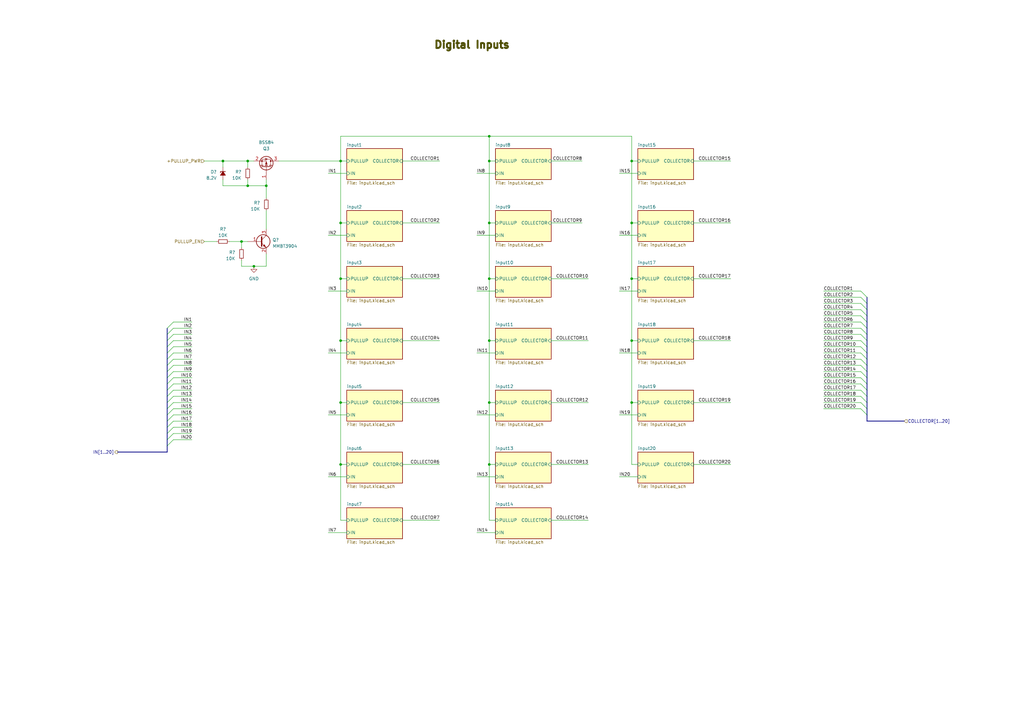
<source format=kicad_sch>
(kicad_sch (version 20230121) (generator eeschema)
  (paper "A3")
  (title_block (title "Digital Inputs") (date "2023-06-28") (rev "R1"))
  (lib_symbols
    (symbol "Device:D_Zener_Small_Filled" (pin_numbers hide) (pin_names (offset 0.254) hide)
      (property "Reference" "D" (at 0 2.286 0))
      (property "Value" "D_Zener_Small_Filled" (at 0 -2.286 0))
      (symbol "D_Zener_Small_Filled_0_1"
        (polyline (pts (xy 0.762 0) (xy -0.762 0)))
        (polyline (pts (xy -0.254 1.016) (xy -0.762 1.016) (xy -0.762 -1.016)) (stroke (width 0.254)))
        (polyline (pts (xy 0.762 1.016) (xy -0.762 0) (xy 0.762 -1.016) (xy 0.762 1.016)) (stroke (width 0.254)) (fill (type outline)))
      )
      (symbol "D_Zener_Small_Filled_1_1"
        (pin passive line (at -2.54 0 0) (length 1.778) (name "K") (number "1"))
        (pin passive line (at 2.54 0 180) (length 1.778) (name "A") (number "2"))
      )
    )
    (symbol "Device:R_Small" (pin_numbers hide) (pin_names (offset 0.254) hide)
      (property "Reference" "R" (at 0.762 0.508 0))
      (property "Value" "R_Small" (at 0.762 -1.016 0))
      (symbol "R_Small_0_1"
        (rectangle (start -0.762 1.778) (end 0.762 -1.778) (stroke (width 0.2032)))
      )
      (symbol "R_Small_1_1"
        (pin passive line (at 0 2.54 270) (length 0.762) (name "~") (number "1"))
        (pin passive line (at 0 -2.54 90) (length 0.762) (name "~") (number "2"))
      )
    )
    (symbol "Transistor_BJT:MMBT3904" (pin_names (offset 0) hide)
      (property "Reference" "Q" (at 5.08 1.905 0))
      (property "Value" "MMBT3904" (at 5.08 0 0))
      (symbol "MMBT3904_0_1"
        (polyline (pts (xy 0.635 0.635) (xy 2.54 2.54)))
        (polyline (pts (xy 0.635 -0.635) (xy 2.54 -2.54) (xy 2.54 -2.54)))
        (polyline (pts (xy 0.635 1.905) (xy 0.635 -1.905) (xy 0.635 -1.905)) (stroke (width 0.508)))
        (polyline (pts (xy 1.27 -1.778) (xy 1.778 -1.27) (xy 2.286 -2.286) (xy 1.27 -1.778) (xy 1.27 -1.778)) (fill (type outline)))
        (circle (center 1.27 0) (radius 2.8194) (stroke (width 0.254)))
      )
      (symbol "MMBT3904_1_1"
        (pin input line (at -5.08 0 0) (length 5.715) (name "B") (number "1"))
        (pin passive line (at 2.54 -5.08 90) (length 2.54) (name "E") (number "2"))
        (pin passive line (at 2.54 5.08 270) (length 2.54) (name "C") (number "3"))
      )
    )
    (symbol "Transistor_FET:BSS84" (pin_names hide)
      (property "Reference" "Q" (at 5.08 1.905 0))
      (property "Value" "BSS84" (at 5.08 0 0))
      (symbol "BSS84_0_1"
        (polyline (pts (xy 0.254 0) (xy -2.54 0)))
        (polyline (pts (xy 0.254 1.905) (xy 0.254 -1.905)) (stroke (width 0.254)))
        (polyline (pts (xy 0.762 -1.27) (xy 0.762 -2.286)) (stroke (width 0.254)))
        (polyline (pts (xy 0.762 0.508) (xy 0.762 -0.508)) (stroke (width 0.254)))
        (polyline (pts (xy 0.762 2.286) (xy 0.762 1.27)) (stroke (width 0.254)))
        (polyline (pts (xy 2.54 2.54) (xy 2.54 1.778)))
        (polyline (pts (xy 2.54 -2.54) (xy 2.54 0) (xy 0.762 0)))
        (polyline (pts (xy 0.762 1.778) (xy 3.302 1.778) (xy 3.302 -1.778) (xy 0.762 -1.778)))
        (polyline (pts (xy 2.286 0) (xy 1.27 0.381) (xy 1.27 -0.381) (xy 2.286 0)) (fill (type outline)))
        (polyline (pts (xy 2.794 -0.508) (xy 2.921 -0.381) (xy 3.683 -0.381) (xy 3.81 -0.254)))
        (polyline (pts (xy 3.302 -0.381) (xy 2.921 0.254) (xy 3.683 0.254) (xy 3.302 -0.381)))
        (circle (center 1.651 0) (radius 2.794) (stroke (width 0.254)))
        (circle (center 2.54 -1.778) (radius 0.254) (fill (type outline)))
        (circle (center 2.54 1.778) (radius 0.254) (fill (type outline)))
      )
      (symbol "BSS84_1_1"
        (pin input line (at -5.08 0 0) (length 2.54) (name "G") (number "1"))
        (pin passive line (at 2.54 -5.08 90) (length 2.54) (name "S") (number "2"))
        (pin passive line (at 2.54 5.08 270) (length 2.54) (name "D") (number "3"))
      )
    )
    (symbol "power:GND" (power) (pin_names (offset 0))
      (property "Value" "GND" (at 0 -3.81 0))
      (symbol "GND_0_1"
        (polyline (pts (xy 0 0) (xy 0 -1.27) (xy 1.27 -1.27) (xy 0 -2.54) (xy -1.27 -1.27) (xy 0 -1.27)))
      )
      (symbol "GND_1_1"
        (pin power_in line (at 0 0 270) (length 0) hide (name "GND") (number "1"))
      )
    )
  )
  (junction (at 200.66 139.7))
  (junction (at 200.66 66.04))
  (junction (at 101.6 76.2))
  (junction (at 259.08 165.1))
  (junction (at 139.7 139.7))
  (junction (at 200.66 190.5))
  (junction (at 109.22 76.2))
  (junction (at 139.7 165.1))
  (junction (at 259.08 114.3))
  (junction (at 200.66 91.44))
  (junction (at 99.06 99.06))
  (junction (at 91.44 66.04))
  (junction (at 139.7 91.44))
  (junction (at 139.7 114.3))
  (junction (at 101.6 66.04))
  (junction (at 259.08 139.7))
  (junction (at 200.66 165.1))
  (junction (at 104.14 109.22))
  (junction (at 259.08 66.04))
  (junction (at 259.08 91.44))
  (junction (at 139.7 190.5))
  (junction (at 200.66 55.88))
  (junction (at 200.66 114.3))
  (junction (at 139.7 66.04))
  (bus_entry (at 355.6 167.64) (size -2.54 -2.54))
  (bus_entry (at 355.6 127) (size -2.54 -2.54))
  (bus_entry (at 68.58 147.32) (size 2.54 -2.54))
  (bus_entry (at 68.58 160.02) (size 2.54 -2.54))
  (bus_entry (at 355.6 124.46) (size -2.54 -2.54))
  (bus_entry (at 355.6 129.54) (size -2.54 -2.54))
  (bus_entry (at 353.06 142.24) (size 2.54 2.54))
  (bus_entry (at 355.6 139.7) (size -2.54 -2.54))
  (bus_entry (at 353.06 167.64) (size 2.54 2.54))
  (bus_entry (at 68.58 149.86) (size 2.54 -2.54))
  (bus_entry (at 355.6 121.92) (size -2.54 -2.54))
  (bus_entry (at 355.6 165.1) (size -2.54 -2.54))
  (bus_entry (at 355.6 160.02) (size -2.54 -2.54))
  (bus_entry (at 68.58 139.7) (size 2.54 -2.54))
  (bus_entry (at 68.58 144.78) (size 2.54 -2.54))
  (bus_entry (at 68.58 134.62) (size 2.54 -2.54))
  (bus_entry (at 355.6 147.32) (size -2.54 -2.54))
  (bus_entry (at 68.58 177.8) (size 2.54 -2.54))
  (bus_entry (at 68.58 162.56) (size 2.54 -2.54))
  (bus_entry (at 355.6 137.16) (size -2.54 -2.54))
  (bus_entry (at 71.12 180.34) (size -2.54 2.54))
  (bus_entry (at 68.58 165.1) (size 2.54 -2.54))
  (bus_entry (at 68.58 172.72) (size 2.54 -2.54))
  (bus_entry (at 68.58 170.18) (size 2.54 -2.54))
  (bus_entry (at 355.6 162.56) (size -2.54 -2.54))
  (bus_entry (at 68.58 152.4) (size 2.54 -2.54))
  (bus_entry (at 355.6 134.62) (size -2.54 -2.54))
  (bus_entry (at 68.58 167.64) (size 2.54 -2.54))
  (bus_entry (at 71.12 154.94) (size -2.54 2.54))
  (bus_entry (at 355.6 154.94) (size -2.54 -2.54))
  (bus_entry (at 68.58 175.26) (size 2.54 -2.54))
  (bus_entry (at 355.6 132.08) (size -2.54 -2.54))
  (bus_entry (at 68.58 180.34) (size 2.54 -2.54))
  (bus_entry (at 68.58 142.24) (size 2.54 -2.54))
  (bus_entry (at 355.6 152.4) (size -2.54 -2.54))
  (bus_entry (at 68.58 154.94) (size 2.54 -2.54))
  (bus_entry (at 355.6 157.48) (size -2.54 -2.54))
  (bus_entry (at 355.6 142.24) (size -2.54 -2.54))
  (bus_entry (at 355.6 149.86) (size -2.54 -2.54))
  (bus_entry (at 68.58 137.16) (size 2.54 -2.54))
  (bus (pts (xy 355.6 127) (xy 355.6 129.54)))
  (wire (pts (xy 195.58 96.52) (xy 203.2 96.52)))
  (wire (pts (xy 353.06 160.02) (xy 337.82 160.02)))
  (wire (pts (xy 139.7 55.88) (xy 139.7 66.04)))
  (wire (pts (xy 284.48 139.7) (xy 299.72 139.7)))
  (wire (pts (xy 142.24 114.3) (xy 139.7 114.3)))
  (wire (pts (xy 109.22 109.22) (xy 104.14 109.22)))
  (wire (pts (xy 259.08 114.3) (xy 261.62 114.3)))
  (wire (pts (xy 71.12 160.02) (xy 78.74 160.02)))
  (wire (pts (xy 104.14 109.22) (xy 99.06 109.22)))
  (wire (pts (xy 195.58 71.12) (xy 203.2 71.12)))
  (wire (pts (xy 71.12 154.94) (xy 78.74 154.94)))
  (wire (pts (xy 109.22 76.2) (xy 109.22 81.28)))
  (wire (pts (xy 139.7 139.7) (xy 139.7 165.1)))
  (wire (pts (xy 109.22 86.36) (xy 109.22 93.98)))
  (wire (pts (xy 134.62 195.58) (xy 142.24 195.58)))
  (wire (pts (xy 139.7 213.36) (xy 139.7 190.5)))
  (bus (pts (xy 48.26 185.42) (xy 68.58 185.42)))
  (wire (pts (xy 165.1 190.5) (xy 180.34 190.5)))
  (wire (pts (xy 259.08 66.04) (xy 261.62 66.04)))
  (wire (pts (xy 226.06 190.5) (xy 241.3 190.5)))
  (wire (pts (xy 200.66 114.3) (xy 200.66 91.44)))
  (wire (pts (xy 353.06 121.92) (xy 337.82 121.92)))
  (bus (pts (xy 68.58 162.56) (xy 68.58 165.1)))
  (wire (pts (xy 226.06 114.3) (xy 241.3 114.3)))
  (wire (pts (xy 259.08 165.1) (xy 261.62 165.1)))
  (wire (pts (xy 353.06 154.94) (xy 337.82 154.94)))
  (wire (pts (xy 134.62 144.78) (xy 142.24 144.78)))
  (wire (pts (xy 71.12 144.78) (xy 78.74 144.78)))
  (bus (pts (xy 355.6 142.24) (xy 355.6 144.78)))
  (wire (pts (xy 259.08 114.3) (xy 259.08 91.44)))
  (wire (pts (xy 109.22 73.66) (xy 109.22 76.2)))
  (wire (pts (xy 101.6 73.66) (xy 101.6 76.2)))
  (bus (pts (xy 355.6 124.46) (xy 355.6 127)))
  (bus (pts (xy 68.58 177.8) (xy 68.58 180.34)))
  (wire (pts (xy 226.06 66.04) (xy 238.76 66.04)))
  (bus (pts (xy 355.6 137.16) (xy 355.6 139.7)))
  (wire (pts (xy 71.12 167.64) (xy 78.74 167.64)))
  (wire (pts (xy 337.82 119.38) (xy 353.06 119.38)))
  (wire (pts (xy 259.08 139.7) (xy 259.08 114.3)))
  (bus (pts (xy 355.6 147.32) (xy 355.6 149.86)))
  (wire (pts (xy 200.66 139.7) (xy 200.66 114.3)))
  (wire (pts (xy 91.44 76.2) (xy 101.6 76.2)))
  (wire (pts (xy 284.48 91.44) (xy 299.72 91.44)))
  (wire (pts (xy 134.62 218.44) (xy 142.24 218.44)))
  (wire (pts (xy 254 144.78) (xy 261.62 144.78)))
  (wire (pts (xy 142.24 139.7) (xy 139.7 139.7)))
  (wire (pts (xy 195.58 218.44) (xy 203.2 218.44)))
  (bus (pts (xy 355.6 132.08) (xy 355.6 134.62)))
  (wire (pts (xy 203.2 190.5) (xy 200.66 190.5)))
  (wire (pts (xy 101.6 66.04) (xy 104.14 66.04)))
  (wire (pts (xy 165.1 165.1) (xy 180.34 165.1)))
  (wire (pts (xy 353.06 134.62) (xy 337.82 134.62)))
  (wire (pts (xy 226.06 165.1) (xy 241.3 165.1)))
  (wire (pts (xy 83.82 99.06) (xy 88.9 99.06)))
  (wire (pts (xy 259.08 165.1) (xy 259.08 139.7)))
  (bus (pts (xy 355.6 152.4) (xy 355.6 154.94)))
  (wire (pts (xy 254 96.52) (xy 261.62 96.52)))
  (bus (pts (xy 355.6 149.86) (xy 355.6 152.4)))
  (wire (pts (xy 200.66 55.88) (xy 200.66 66.04)))
  (wire (pts (xy 226.06 213.36) (xy 241.3 213.36)))
  (wire (pts (xy 93.98 99.06) (xy 99.06 99.06)))
  (wire (pts (xy 134.62 71.12) (xy 142.24 71.12)))
  (bus (pts (xy 68.58 149.86) (xy 68.58 152.4)))
  (wire (pts (xy 142.24 213.36) (xy 139.7 213.36)))
  (wire (pts (xy 71.12 139.7) (xy 78.74 139.7)))
  (bus (pts (xy 68.58 137.16) (xy 68.58 139.7)))
  (wire (pts (xy 203.2 213.36) (xy 200.66 213.36)))
  (bus (pts (xy 68.58 142.24) (xy 68.58 144.78)))
  (wire (pts (xy 99.06 106.68) (xy 99.06 109.22)))
  (wire (pts (xy 259.08 55.88) (xy 200.66 55.88)))
  (bus (pts (xy 68.58 175.26) (xy 68.58 177.8)))
  (wire (pts (xy 353.06 132.08) (xy 337.82 132.08)))
  (bus (pts (xy 355.6 144.78) (xy 355.6 147.32)))
  (wire (pts (xy 200.66 190.5) (xy 200.66 165.1)))
  (wire (pts (xy 139.7 91.44) (xy 139.7 66.04)))
  (wire (pts (xy 139.7 66.04) (xy 142.24 66.04)))
  (wire (pts (xy 165.1 66.04) (xy 180.34 66.04)))
  (bus (pts (xy 355.6 162.56) (xy 355.6 165.1)))
  (wire (pts (xy 353.06 165.1) (xy 337.82 165.1)))
  (wire (pts (xy 254 119.38) (xy 261.62 119.38)))
  (bus (pts (xy 68.58 157.48) (xy 68.58 160.02)))
  (wire (pts (xy 195.58 119.38) (xy 203.2 119.38)))
  (wire (pts (xy 71.12 152.4) (xy 78.74 152.4)))
  (wire (pts (xy 71.12 157.48) (xy 78.74 157.48)))
  (wire (pts (xy 71.12 172.72) (xy 78.74 172.72)))
  (wire (pts (xy 353.06 167.64) (xy 337.82 167.64)))
  (wire (pts (xy 139.7 114.3) (xy 139.7 91.44)))
  (wire (pts (xy 254 195.58) (xy 261.62 195.58)))
  (wire (pts (xy 284.48 114.3) (xy 299.72 114.3)))
  (wire (pts (xy 78.74 132.08) (xy 71.12 132.08)))
  (wire (pts (xy 203.2 66.04) (xy 200.66 66.04)))
  (wire (pts (xy 195.58 144.78) (xy 203.2 144.78)))
  (bus (pts (xy 68.58 180.34) (xy 68.58 182.88)))
  (bus (pts (xy 355.6 129.54) (xy 355.6 132.08)))
  (wire (pts (xy 200.66 213.36) (xy 200.66 190.5)))
  (wire (pts (xy 142.24 190.5) (xy 139.7 190.5)))
  (wire (pts (xy 99.06 101.6) (xy 99.06 99.06)))
  (bus (pts (xy 68.58 182.88) (xy 68.58 185.42)))
  (wire (pts (xy 165.1 114.3) (xy 180.34 114.3)))
  (wire (pts (xy 142.24 91.44) (xy 139.7 91.44)))
  (wire (pts (xy 91.44 66.04) (xy 101.6 66.04)))
  (bus (pts (xy 68.58 172.72) (xy 68.58 175.26)))
  (wire (pts (xy 259.08 91.44) (xy 261.62 91.44)))
  (wire (pts (xy 165.1 91.44) (xy 180.34 91.44)))
  (wire (pts (xy 259.08 139.7) (xy 261.62 139.7)))
  (wire (pts (xy 200.66 165.1) (xy 200.66 139.7)))
  (wire (pts (xy 353.06 147.32) (xy 337.82 147.32)))
  (wire (pts (xy 71.12 162.56) (xy 78.74 162.56)))
  (wire (pts (xy 284.48 66.04) (xy 299.72 66.04)))
  (wire (pts (xy 71.12 170.18) (xy 78.74 170.18)))
  (bus (pts (xy 355.6 139.7) (xy 355.6 142.24)))
  (bus (pts (xy 68.58 139.7) (xy 68.58 142.24)))
  (wire (pts (xy 353.06 139.7) (xy 337.82 139.7)))
  (wire (pts (xy 101.6 76.2) (xy 109.22 76.2)))
  (wire (pts (xy 71.12 142.24) (xy 78.74 142.24)))
  (wire (pts (xy 139.7 165.1) (xy 139.7 190.5)))
  (wire (pts (xy 71.12 149.86) (xy 78.74 149.86)))
  (wire (pts (xy 259.08 66.04) (xy 259.08 55.88)))
  (wire (pts (xy 139.7 139.7) (xy 139.7 114.3)))
  (wire (pts (xy 261.62 190.5) (xy 259.08 190.5)))
  (wire (pts (xy 203.2 114.3) (xy 200.66 114.3)))
  (wire (pts (xy 203.2 139.7) (xy 200.66 139.7)))
  (bus (pts (xy 68.58 152.4) (xy 68.58 154.94)))
  (wire (pts (xy 226.06 91.44) (xy 238.76 91.44)))
  (bus (pts (xy 355.6 172.72) (xy 370.84 172.72)))
  (wire (pts (xy 195.58 170.18) (xy 203.2 170.18)))
  (wire (pts (xy 353.06 137.16) (xy 337.82 137.16)))
  (wire (pts (xy 284.48 165.1) (xy 299.72 165.1)))
  (bus (pts (xy 355.6 121.92) (xy 355.6 124.46)))
  (wire (pts (xy 71.12 134.62) (xy 78.74 134.62)))
  (wire (pts (xy 195.58 195.58) (xy 203.2 195.58)))
  (wire (pts (xy 109.22 104.14) (xy 109.22 109.22)))
  (bus (pts (xy 68.58 165.1) (xy 68.58 167.64)))
  (wire (pts (xy 226.06 139.7) (xy 241.3 139.7)))
  (wire (pts (xy 134.62 119.38) (xy 142.24 119.38)))
  (wire (pts (xy 203.2 165.1) (xy 200.66 165.1)))
  (wire (pts (xy 91.44 73.66) (xy 91.44 76.2)))
  (wire (pts (xy 353.06 124.46) (xy 337.82 124.46)))
  (wire (pts (xy 134.62 96.52) (xy 142.24 96.52)))
  (bus (pts (xy 355.6 154.94) (xy 355.6 157.48)))
  (wire (pts (xy 165.1 139.7) (xy 180.34 139.7)))
  (wire (pts (xy 200.66 66.04) (xy 200.66 91.44)))
  (wire (pts (xy 259.08 91.44) (xy 259.08 66.04)))
  (bus (pts (xy 355.6 160.02) (xy 355.6 162.56)))
  (wire (pts (xy 71.12 147.32) (xy 78.74 147.32)))
  (bus (pts (xy 68.58 154.94) (xy 68.58 157.48)))
  (wire (pts (xy 353.06 144.78) (xy 337.82 144.78)))
  (wire (pts (xy 101.6 68.58) (xy 101.6 66.04)))
  (wire (pts (xy 134.62 170.18) (xy 142.24 170.18)))
  (wire (pts (xy 353.06 127) (xy 337.82 127)))
  (wire (pts (xy 353.06 129.54) (xy 337.82 129.54)))
  (wire (pts (xy 71.12 137.16) (xy 78.74 137.16)))
  (wire (pts (xy 142.24 165.1) (xy 139.7 165.1)))
  (bus (pts (xy 355.6 157.48) (xy 355.6 160.02)))
  (bus (pts (xy 68.58 134.62) (xy 68.58 137.16)))
  (bus (pts (xy 355.6 165.1) (xy 355.6 167.64)))
  (bus (pts (xy 68.58 147.32) (xy 68.58 149.86)))
  (bus (pts (xy 355.6 170.18) (xy 355.6 172.72)))
  (wire (pts (xy 200.66 91.44) (xy 203.2 91.44)))
  (wire (pts (xy 71.12 177.8) (xy 78.74 177.8)))
  (wire (pts (xy 353.06 152.4) (xy 337.82 152.4)))
  (bus (pts (xy 355.6 134.62) (xy 355.6 137.16)))
  (wire (pts (xy 353.06 162.56) (xy 337.82 162.56)))
  (bus (pts (xy 68.58 167.64) (xy 68.58 170.18)))
  (wire (pts (xy 200.66 55.88) (xy 139.7 55.88)))
  (wire (pts (xy 83.82 66.04) (xy 91.44 66.04)))
  (wire (pts (xy 254 71.12) (xy 261.62 71.12)))
  (wire (pts (xy 71.12 175.26) (xy 78.74 175.26)))
  (wire (pts (xy 353.06 149.86) (xy 337.82 149.86)))
  (wire (pts (xy 114.3 66.04) (xy 139.7 66.04)))
  (wire (pts (xy 91.44 68.58) (xy 91.44 66.04)))
  (bus (pts (xy 355.6 167.64) (xy 355.6 170.18)))
  (wire (pts (xy 165.1 213.36) (xy 180.34 213.36)))
  (wire (pts (xy 254 170.18) (xy 261.62 170.18)))
  (bus (pts (xy 68.58 144.78) (xy 68.58 147.32)))
  (wire (pts (xy 71.12 165.1) (xy 78.74 165.1)))
  (wire (pts (xy 259.08 190.5) (xy 259.08 165.1)))
  (bus (pts (xy 68.58 170.18) (xy 68.58 172.72)))
  (wire (pts (xy 99.06 99.06) (xy 101.6 99.06)))
  (wire (pts (xy 284.48 190.5) (xy 299.72 190.5)))
  (bus (pts (xy 68.58 160.02) (xy 68.58 162.56)))
  (wire (pts (xy 353.06 142.24) (xy 337.82 142.24)))
  (wire (pts (xy 353.06 157.48) (xy 337.82 157.48)))
  (wire (pts (xy 71.12 180.34) (xy 78.74 180.34)))
  (text "${TITLE}" (at 177.8 20.32 0) (effects (font (size 3 3) (thickness 0.8) bold) (justify left bottom)))
  (label "COLLECTOR13" (at 337.82 149.86 0))
  (label "COLLECTOR1" (at 180.34 66.04 180))
  (label "COLLECTOR8" (at 238.76 66.04 180))
  (label "IN15" (at 78.74 167.64 180))
  (label "IN13" (at 195.58 195.58 0))
  (label "COLLECTOR14" (at 337.82 152.4 0))
  (label "COLLECTOR17" (at 299.72 114.3 180))
  (label "COLLECTOR9" (at 238.76 91.44 180))
  (label "COLLECTOR10" (at 337.82 142.24 0))
  (label "IN10" (at 78.74 154.94 180))
  (label "COLLECTOR18" (at 299.72 139.7 180))
  (label "IN6" (at 134.62 195.58 0))
  (label "COLLECTOR3" (at 337.82 124.46 0))
  (label "COLLECTOR16" (at 337.82 157.48 0))
  (label "COLLECTOR7" (at 180.34 213.36 180))
  (label "IN11" (at 195.58 144.78 0))
  (label "COLLECTOR14" (at 241.3 213.36 180))
  (label "COLLECTOR20" (at 337.82 167.64 0))
  (label "COLLECTOR5" (at 180.34 165.1 180))
  (label "COLLECTOR6" (at 180.34 190.5 180))
  (label "IN3" (at 134.62 119.38 0))
  (label "COLLECTOR11" (at 337.82 144.78 0))
  (label "COLLECTOR18" (at 337.82 162.56 0))
  (label "IN8" (at 78.74 149.86 180))
  (label "COLLECTOR4" (at 337.82 127 0))
  (label "COLLECTOR10" (at 241.3 114.3 180))
  (label "COLLECTOR19" (at 337.82 165.1 0))
  (label "IN6" (at 78.74 144.78 180))
  (label "IN12" (at 195.58 170.18 0))
  (label "COLLECTOR15" (at 337.82 154.94 0))
  (label "IN9" (at 78.74 152.4 180))
  (label "IN5" (at 134.62 170.18 0))
  (label "IN18" (at 254 144.78 0))
  (label "IN9" (at 195.58 96.52 0))
  (label "COLLECTOR4" (at 180.34 139.7 180))
  (label "IN20" (at 254 195.58 0))
  (label "IN8" (at 195.58 71.12 0))
  (label "COLLECTOR15" (at 299.72 66.04 180))
  (label "COLLECTOR12" (at 337.82 147.32 0))
  (label "COLLECTOR1" (at 337.82 119.38 0))
  (label "COLLECTOR12" (at 241.3 165.1 180))
  (label "COLLECTOR5" (at 337.82 129.54 0))
  (label "COLLECTOR13" (at 241.3 190.5 180))
  (label "IN4" (at 134.62 144.78 0))
  (label "COLLECTOR8" (at 337.82 137.16 0))
  (label "IN17" (at 78.74 172.72 180))
  (label "IN16" (at 78.74 170.18 180))
  (label "IN15" (at 254 71.12 0))
  (label "COLLECTOR2" (at 180.34 91.44 180))
  (label "COLLECTOR11" (at 241.3 139.7 180))
  (label "IN10" (at 195.58 119.38 0))
  (label "IN18" (at 78.74 175.26 180))
  (label "IN11" (at 78.74 157.48 180))
  (label "IN5" (at 78.74 142.24 180))
  (label "IN19" (at 78.74 177.8 180))
  (label "IN16" (at 254 96.52 0))
  (label "COLLECTOR2" (at 337.82 121.92 0))
  (label "COLLECTOR19" (at 299.72 165.1 180))
  (label "IN3" (at 78.74 137.16 180))
  (label "IN1" (at 134.62 71.12 0))
  (label "COLLECTOR20" (at 299.72 190.5 180))
  (label "IN17" (at 254 119.38 0))
  (label "COLLECTOR16" (at 299.72 91.44 180))
  (label "IN19" (at 254 170.18 0))
  (label "IN20" (at 78.74 180.34 180))
  (label "COLLECTOR17" (at 337.82 160.02 0))
  (label "COLLECTOR9" (at 337.82 139.7 0))
  (label "COLLECTOR7" (at 337.82 134.62 0))
  (label "COLLECTOR3" (at 180.34 114.3 180))
  (label "IN2" (at 78.74 134.62 180))
  (label "IN14" (at 195.58 218.44 0))
  (label "IN13" (at 78.74 162.56 180))
  (label "IN7" (at 134.62 218.44 0))
  (label "IN4" (at 78.74 139.7 180))
  (label "COLLECTOR6" (at 337.82 132.08 0))
  (label "IN14" (at 78.74 165.1 180))
  (label "IN1" (at 78.74 132.08 180))
  (label "IN12" (at 78.74 160.02 180))
  (label "IN7" (at 78.74 147.32 180))
  (label "IN2" (at 134.62 96.52 0))
  (hierarchical_label "IN[1..20]" (shape output) (at 48.26 185.42 180))
  (hierarchical_label "PULLUP_EN" (shape input) (at 83.82 99.06 180))
  (hierarchical_label "COLLECTOR[1..20]" (shape input) (at 370.84 172.72 0))
  (hierarchical_label "+PULLUP_PWR" (shape input) (at 83.82 66.04 180))
  (symbol (lib_id "Device:R_Small") (at 91.44 99.06 270) (mirror x) (unit 1)
    (property "Reference" "R?" (at 91.44 93.98 90))
    (property "Value" "10K" (at 91.44 96.52 90))
    (property "Footprint" "Resistor_SMD:R_0603_1608Metric" (effects hide))
    (instances (project "serial_io_expander" (path "" (reference "R?") (unit 1)) (path "" (reference "R11") (unit 1))))
  )
  (symbol (lib_id "Device:D_Zener_Small_Filled") (at 91.44 71.12 90) (mirror x) (unit 1)
    (property "Reference" "D?" (at 88.9 70.485 90) (effects (justify left)))
    (property "Value" "8.2V" (at 88.9 73.025 90) (effects (justify left)))
    (property "Footprint" "Diode_SMD:D_SOD-123F" (effects hide))
    (property "Order Code" "833-BZT52C8V2-TP" (effects hide))
    (property "Supplier" "Mouser" (effects hide))
    (property "Part No" "BZT52C8V2-TP" (effects hide))
    (instances (project "serial_io_expander" (path "" (reference "D?") (unit 1)) (path "" (reference "D5") (unit 1))))
  )
  (symbol (lib_id "power:GND") (at 104.14 109.22 0) (unit 1)
    (property "Reference" "#PWR?" (effects hide))
    (property "Value" "GND" (at 104.14 114.3 0))
    (instances (project "serial_io_expander" (path "" (reference "#PWR?") (unit 1)) (path "" (reference "#PWR?") (unit 1)) (path "" (reference "#PWR?") (unit 1)) (path "" (reference "#PWR?") (unit 1)) (path "" (reference "#PWR?") (unit 1)) (path "" (reference "#PWR?") (unit 1)) (path "" (reference "#PWR?") (unit 1)) (path "" (reference "#PWR?") (unit 1)) (path "" (reference "#PWR?") (unit 1)) (path "" (reference "#PWR?") (unit 1)) (path "" (reference "#PWR?") (unit 1)) (path "" (reference "#PWR?") (unit 1)) (path "" (reference "#PWR?") (unit 1)) (path "" (reference "#PWR?") (unit 1)) (path "" (reference "#PWR?") (unit 1)) (path "" (reference "#PWR?") (unit 1)) (path "" (reference "#PWR?") (unit 1)) (path "" (reference "#PWR?") (unit 1)) (path "" (reference "#PWR?") (unit 1)) (path "" (reference "#PWR?") (unit 1)) (path "" (reference "#PWR0104") (unit 1))))
  )
  (symbol (lib_id "Device:R_Small") (at 109.22 83.82 0) (mirror x) (unit 1)
    (property "Reference" "R?" (at 106.68 83.185 0) (effects (justify right)))
    (property "Value" "10K" (at 106.68 85.725 0) (effects (justify right)))
    (property "Footprint" "Resistor_SMD:R_0603_1608Metric" (effects hide))
    (instances (project "serial_io_expander" (path "" (reference "R?") (unit 1)) (path "" (reference "R14") (unit 1))))
  )
  (symbol (lib_id "Device:R_Small") (at 99.06 104.14 0) (mirror x) (unit 1)
    (property "Reference" "R?" (at 96.52 103.505 0) (effects (justify right)))
    (property "Value" "10K" (at 96.52 106.045 0) (effects (justify right)))
    (property "Footprint" "Resistor_SMD:R_0603_1608Metric" (effects hide))
    (instances (project "serial_io_expander" (path "" (reference "R?") (unit 1)) (path "" (reference "R12") (unit 1))))
  )
  (symbol (lib_id "Device:R_Small") (at 101.6 71.12 0) (mirror x) (unit 1)
    (property "Reference" "R?" (at 99.06 70.485 0) (effects (justify right)))
    (property "Value" "10K" (at 99.06 73.025 0) (effects (justify right)))
    (property "Footprint" "Resistor_SMD:R_0603_1608Metric" (effects hide))
    (instances (project "serial_io_expander" (path "" (reference "R?") (unit 1)) (path "" (reference "R13") (unit 1))))
  )
  (symbol (lib_id "Transistor_FET:BSS84") (at 109.22 68.58 270) (mirror x) (unit 1)
    (property "Reference" "Q3" (at 109.22 60.96 90))
    (property "Value" "BSS84" (at 109.22 58.42 90))
    (property "Footprint" "Package_TO_SOT_SMD:SOT-23" (effects hide))
    (property "Datasheet" "http://assets.nexperia.com/documents/data-sheet/BSS84.pdf" (effects hide))
    (property "Order Code" "771-BSS84AK215 " (effects hide))
    (property "Part No" "BSS84AK,215" (effects hide))
    (property "Supplier" "Mouser" (effects hide))
  )
  (symbol (lib_id "Transistor_BJT:MMBT3904") (at 106.68 99.06 0) (unit 1)
    (property "Reference" "Q?" (at 111.76 98.425 0) (effects (justify left)))
    (property "Value" "MMBT3904" (at 111.76 100.965 0) (effects (justify left)))
    (property "Footprint" "Package_TO_SOT_SMD:SOT-23" (effects hide))
    (property "Datasheet" "https://www.onsemi.com/pub/Collateral/2N3903-D.PDF" (effects hide))
    (property "Order Code" "833-MMBT3904-TP " (effects hide))
    (property "Part No" "MMBT3904-TP" (effects hide))
    (property "Supplier" "Mouser" (effects hide))
    (instances (project "serial_io_expander" (path "" (reference "Q?") (unit 1)) (path "" (reference "Q?") (unit 1)) (path "" (reference "Q?") (unit 1)) (path "" (reference "Q?") (unit 1)) (path "" (reference "Q?") (unit 1)) (path "" (reference "Q?") (unit 1)) (path "" (reference "Q?") (unit 1)) (path "" (reference "Q?") (unit 1)) (path "" (reference "Q?") (unit 1)) (path "" (reference "Q?") (unit 1)) (path "" (reference "Q?") (unit 1)) (path "" (reference "Q?") (unit 1)) (path "" (reference "Q?") (unit 1)) (path "" (reference "Q?") (unit 1)) (path "" (reference "Q?") (unit 1)) (path "" (reference "Q?") (unit 1)) (path "" (reference "Q?") (unit 1)) (path "" (reference "Q?") (unit 1)) (path "" (reference "Q?") (unit 1)) (path "" (reference "Q?") (unit 1)) (path "" (reference "Q2") (unit 1))))
  )
  (sheet (at 203.2 86.36) (size 22.86 12.7) (stroke (width 0.254)) (fill (color 255 255 194 1.0000))
    (property "Sheetname" "input9" (at 203.2 85.5976 0) (effects (justify left bottom)))
    (property "Sheetfile" "input.kicad_sch" (at 203.2 99.6954 0) (effects (justify left top)))
    (pin "COLLECTOR" input (at 226.06 91.44 0))
    (pin "PULLUP" input (at 203.2 91.44 180))
    (pin "IN" input (at 203.2 96.52 180))
  )
  (sheet (at 261.62 109.22) (size 22.86 12.7) (stroke (width 0.254)) (fill (color 255 255 194 1.0000))
    (property "Sheetname" "input17" (at 261.62 108.4576 0) (effects (justify left bottom)))
    (property "Sheetfile" "input.kicad_sch" (at 261.62 122.5554 0) (effects (justify left top)))
    (pin "COLLECTOR" input (at 284.48 114.3 0))
    (pin "PULLUP" input (at 261.62 114.3 180))
    (pin "IN" input (at 261.62 119.38 180))
  )
  (sheet (at 142.24 60.96) (size 22.86 12.7) (stroke (width 0.254)) (fill (color 255 255 194 1.0000))
    (property "Sheetname" "input1" (at 142.24 60.1976 0) (effects (justify left bottom)))
    (property "Sheetfile" "input.kicad_sch" (at 142.24 74.2954 0) (effects (justify left top)))
    (pin "COLLECTOR" input (at 165.1 66.04 0))
    (pin "PULLUP" input (at 142.24 66.04 180))
    (pin "IN" input (at 142.24 71.12 180))
  )
  (sheet (at 203.2 185.42) (size 22.86 12.7) (stroke (width 0.254)) (fill (color 255 255 194 1.0000))
    (property "Sheetname" "input13" (at 203.2 184.6576 0) (effects (justify left bottom)))
    (property "Sheetfile" "input.kicad_sch" (at 203.2 198.7554 0) (effects (justify left top)))
    (pin "COLLECTOR" input (at 226.06 190.5 0))
    (pin "PULLUP" input (at 203.2 190.5 180))
    (pin "IN" input (at 203.2 195.58 180))
  )
  (sheet (at 203.2 134.62) (size 22.86 12.7) (stroke (width 0.254)) (fill (color 255 255 194 1.0000))
    (property "Sheetname" "input11" (at 203.2 133.8576 0) (effects (justify left bottom)))
    (property "Sheetfile" "input.kicad_sch" (at 203.2 147.9554 0) (effects (justify left top)))
    (pin "COLLECTOR" input (at 226.06 139.7 0))
    (pin "PULLUP" input (at 203.2 139.7 180))
    (pin "IN" input (at 203.2 144.78 180))
  )
  (sheet (at 261.62 60.96) (size 22.86 12.7) (stroke (width 0.254)) (fill (color 255 255 194 1.0000))
    (property "Sheetname" "input15" (at 261.62 60.1976 0) (effects (justify left bottom)))
    (property "Sheetfile" "input.kicad_sch" (at 261.62 74.2954 0) (effects (justify left top)))
    (pin "COLLECTOR" input (at 284.48 66.04 0))
    (pin "PULLUP" input (at 261.62 66.04 180))
    (pin "IN" input (at 261.62 71.12 180))
  )
  (sheet (at 142.24 86.36) (size 22.86 12.7) (stroke (width 0.254)) (fill (color 255 255 194 1.0000))
    (property "Sheetname" "input2" (at 142.24 85.5976 0) (effects (justify left bottom)))
    (property "Sheetfile" "input.kicad_sch" (at 142.24 99.6954 0) (effects (justify left top)))
    (pin "COLLECTOR" input (at 165.1 91.44 0))
    (pin "PULLUP" input (at 142.24 91.44 180))
    (pin "IN" input (at 142.24 96.52 180))
  )
  (sheet (at 261.62 86.36) (size 22.86 12.7) (stroke (width 0.254)) (fill (color 255 255 194 1.0000))
    (property "Sheetname" "input16" (at 261.62 85.5976 0) (effects (justify left bottom)))
    (property "Sheetfile" "input.kicad_sch" (at 261.62 99.6954 0) (effects (justify left top)))
    (pin "COLLECTOR" input (at 284.48 91.44 0))
    (pin "PULLUP" input (at 261.62 91.44 180))
    (pin "IN" input (at 261.62 96.52 180))
  )
  (sheet (at 261.62 160.02) (size 22.86 12.7) (stroke (width 0.254)) (fill (color 255 255 194 1.0000))
    (property "Sheetname" "input19" (at 261.62 159.2576 0) (effects (justify left bottom)))
    (property "Sheetfile" "input.kicad_sch" (at 261.62 173.3554 0) (effects (justify left top)))
    (pin "COLLECTOR" input (at 284.48 165.1 0))
    (pin "PULLUP" input (at 261.62 165.1 180))
    (pin "IN" input (at 261.62 170.18 180))
  )
  (sheet (at 203.2 208.28) (size 22.86 12.7) (stroke (width 0.254)) (fill (color 255 255 194 1.0000))
    (property "Sheetname" "input14" (at 203.2 207.5176 0) (effects (justify left bottom)))
    (property "Sheetfile" "input.kicad_sch" (at 203.2 221.6154 0) (effects (justify left top)))
    (pin "COLLECTOR" input (at 226.06 213.36 0))
    (pin "PULLUP" input (at 203.2 213.36 180))
    (pin "IN" input (at 203.2 218.44 180))
  )
  (sheet (at 261.62 185.42) (size 22.86 12.7) (stroke (width 0.254)) (fill (color 255 255 194 1.0000))
    (property "Sheetname" "input20" (at 261.62 184.6576 0) (effects (justify left bottom)))
    (property "Sheetfile" "input.kicad_sch" (at 261.62 198.7554 0) (effects (justify left top)))
    (pin "COLLECTOR" input (at 284.48 190.5 0))
    (pin "PULLUP" input (at 261.62 190.5 180))
    (pin "IN" input (at 261.62 195.58 180))
  )
  (sheet (at 203.2 60.96) (size 22.86 12.7) (stroke (width 0.254)) (fill (color 255 255 194 1.0000))
    (property "Sheetname" "input8" (at 203.2 60.1976 0) (effects (justify left bottom)))
    (property "Sheetfile" "input.kicad_sch" (at 203.2 74.2954 0) (effects (justify left top)))
    (pin "COLLECTOR" input (at 226.06 66.04 0))
    (pin "PULLUP" input (at 203.2 66.04 180))
    (pin "IN" input (at 203.2 71.12 180))
  )
  (sheet (at 142.24 185.42) (size 22.86 12.7) (stroke (width 0.254)) (fill (color 255 255 194 1.0000))
    (property "Sheetname" "input6" (at 142.24 184.6576 0) (effects (justify left bottom)))
    (property "Sheetfile" "input.kicad_sch" (at 142.24 198.7554 0) (effects (justify left top)))
    (pin "COLLECTOR" input (at 165.1 190.5 0))
    (pin "PULLUP" input (at 142.24 190.5 180))
    (pin "IN" input (at 142.24 195.58 180))
  )
  (sheet (at 203.2 109.22) (size 22.86 12.7) (stroke (width 0.254)) (fill (color 255 255 194 1.0000))
    (property "Sheetname" "input10" (at 203.2 108.4576 0) (effects (justify left bottom)))
    (property "Sheetfile" "input.kicad_sch" (at 203.2 122.5554 0) (effects (justify left top)))
    (pin "COLLECTOR" input (at 226.06 114.3 0))
    (pin "PULLUP" input (at 203.2 114.3 180))
    (pin "IN" input (at 203.2 119.38 180))
  )
  (sheet (at 142.24 109.22) (size 22.86 12.7) (stroke (width 0.254)) (fill (color 255 255 194 1.0000))
    (property "Sheetname" "input3" (at 142.24 108.4576 0) (effects (justify left bottom)))
    (property "Sheetfile" "input.kicad_sch" (at 142.24 122.5554 0) (effects (justify left top)))
    (pin "COLLECTOR" input (at 165.1 114.3 0))
    (pin "PULLUP" input (at 142.24 114.3 180))
    (pin "IN" input (at 142.24 119.38 180))
  )
  (sheet (at 142.24 208.28) (size 22.86 12.7) (stroke (width 0.254)) (fill (color 255 255 194 1.0000))
    (property "Sheetname" "input7" (at 142.24 207.5176 0) (effects (justify left bottom)))
    (property "Sheetfile" "input.kicad_sch" (at 142.24 221.6154 0) (effects (justify left top)))
    (pin "COLLECTOR" input (at 165.1 213.36 0))
    (pin "PULLUP" input (at 142.24 213.36 180))
    (pin "IN" input (at 142.24 218.44 180))
  )
  (sheet (at 142.24 160.02) (size 22.86 12.7) (stroke (width 0.254)) (fill (color 255 255 194 1.0000))
    (property "Sheetname" "input5" (at 142.24 159.2576 0) (effects (justify left bottom)))
    (property "Sheetfile" "input.kicad_sch" (at 142.24 173.3554 0) (effects (justify left top)))
    (pin "COLLECTOR" input (at 165.1 165.1 0))
    (pin "PULLUP" input (at 142.24 165.1 180))
    (pin "IN" input (at 142.24 170.18 180))
  )
  (sheet (at 261.62 134.62) (size 22.86 12.7) (stroke (width 0.254)) (fill (color 255 255 194 1.0000))
    (property "Sheetname" "input18" (at 261.62 133.8576 0) (effects (justify left bottom)))
    (property "Sheetfile" "input.kicad_sch" (at 261.62 147.9554 0) (effects (justify left top)))
    (pin "COLLECTOR" input (at 284.48 139.7 0))
    (pin "PULLUP" input (at 261.62 139.7 180))
    (pin "IN" input (at 261.62 144.78 180))
  )
  (sheet (at 142.24 134.62) (size 22.86 12.7) (stroke (width 0.254)) (fill (color 255 255 194 1.0000))
    (property "Sheetname" "input4" (at 142.24 133.8576 0) (effects (justify left bottom)))
    (property "Sheetfile" "input.kicad_sch" (at 142.24 147.9554 0) (effects (justify left top)))
    (pin "COLLECTOR" input (at 165.1 139.7 0))
    (pin "PULLUP" input (at 142.24 139.7 180))
    (pin "IN" input (at 142.24 144.78 180))
  )
  (sheet (at 203.2 160.02) (size 22.86 12.7) (stroke (width 0.254)) (fill (color 255 255 194 1.0000))
    (property "Sheetname" "input12" (at 203.2 159.2576 0) (effects (justify left bottom)))
    (property "Sheetfile" "input.kicad_sch" (at 203.2 173.3554 0) (effects (justify left top)))
    (pin "COLLECTOR" input (at 226.06 165.1 0))
    (pin "PULLUP" input (at 203.2 165.1 180))
    (pin "IN" input (at 203.2 170.18 180))
  )
)
</source>
